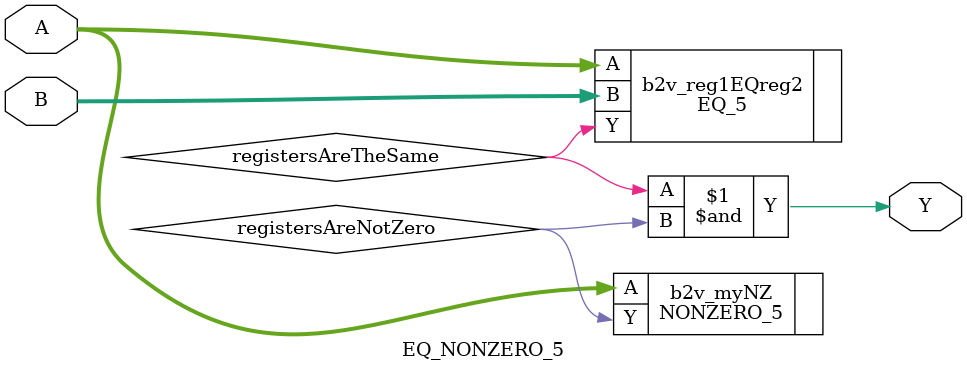
<source format=v>


module EQ_NONZERO_5(
	A,
	B,
	Y
);


input wire	[4:0] A;
input wire	[4:0] B;
output wire	Y;

wire	registersAreNotZero;
wire	registersAreTheSame;




assign	Y = registersAreTheSame & registersAreNotZero;


NONZERO_5	b2v_myNZ(
	.A(A),
	.Y(registersAreNotZero));


EQ_5	b2v_reg1EQreg2(
	.A(A),
	.B(B),
	.Y(registersAreTheSame));


endmodule

</source>
